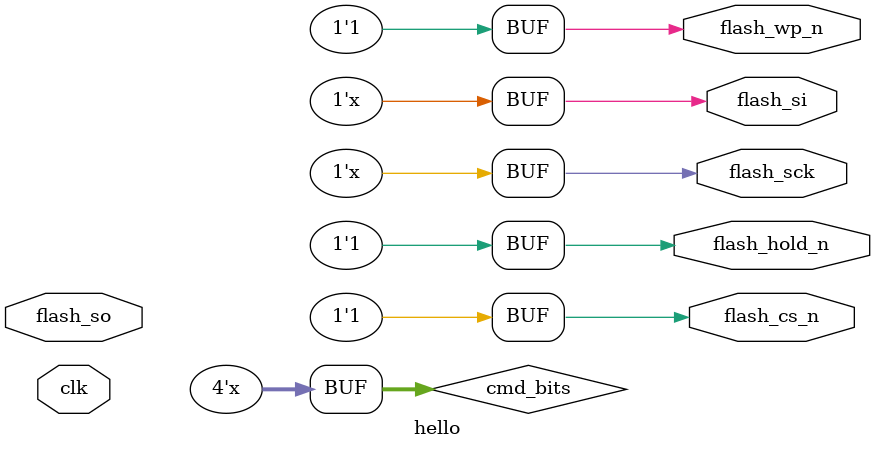
<source format=v>
`timescale 1us/1us

module hello (
  input wire clk,

  output reg flash_si = 0,
  input wire flash_so,
  output reg flash_sck = 0,
  output reg flash_cs_n = 1,
  output reg flash_wp_n = 1,
  output reg flash_hold_n = 1
);

`define STATE_INIT   0
`define STATE_STATUS 1
`define STATE_COPY   2

  reg [3:0] state = `STATE_INIT;
  reg [16:0] state_ttl = 8;

  reg [7:0] shift = 8'b00000000;

  reg [3:0] bit_count;

  reg [3:0] cmd_bits;

  always @(clk) begin
    if (cmd_bits == 0) begin
      if (flash_sck == 1) begin
        flash_si <= shift[7-cmd_bits];
        cmd_bits <= cmd_bits + 1; // nah this is fucked
      end
      flash_sck <= ~flash_sck;
    end else if (state == `STATE_INIT) begin
      state_ttl <= state_ttl - 1;
      if (state_ttl == 0) begin
        shift <= 8'b0000_0101; // RDSR
        state <= `STATE_STATUS;
        state_ttl <= 31;
      end
    end else if (state == `STATE_STATUS) begin
      if (flash_sck == 1) flash_si <= shift[7];
      if (flash_sck == 0) shift <= (shift << 1) | flash_so;
      flash_sck <= ~flash_sck;
      if (state_ttl == 0) begin
        state <= `STATE_COPY;
      end
    end else if (state == `STATE_COPY) begin
    end
  end

endmodule

</source>
